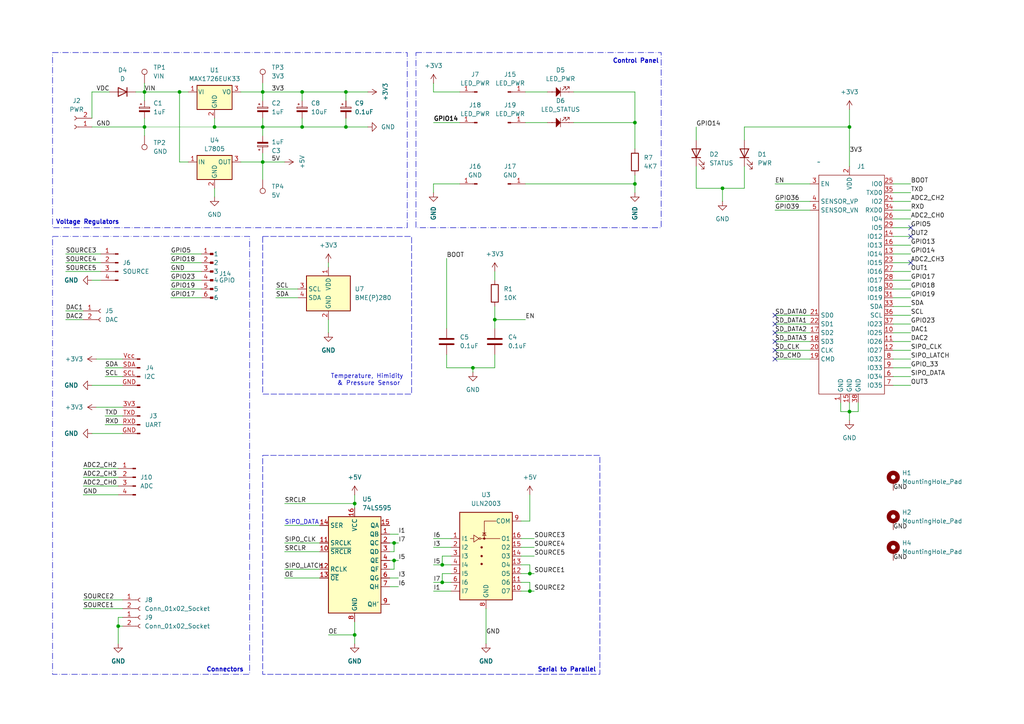
<source format=kicad_sch>
(kicad_sch (version 20231120) (generator "eeschema") (generator_version "8.0")
  (paper "A4")
  (junction (at 590.55 85.09))
  (junction (at 102.87 184.15))
  (junction (at 87.63 26.67))
  (junction (at 518.16 15.24))
  (junction (at 62.23 36.83))
  (junction (at 153.67 166.37))
  (junction (at 76.2 36.83))
  (junction (at 184.15 35.56))
  (junction (at 487.68 22.86))
  (junction (at 153.67 171.45))
  (junction (at 128.27 168.91))
  (junction (at 100.33 36.83))
  (junction (at 246.38 36.83))
  (junction (at 543.56 57.15))
  (junction (at 41.91 36.83))
  (junction (at 52.07 26.67))
  (junction (at 478.79 156.21))
  (junction (at 76.2 46.99))
  (junction (at 114.3 157.48))
  (junction (at 543.56 93.98))
  (junction (at 377.19 151.13))
  (junction (at 246.38 119.38))
  (junction (at 114.3 162.56))
  (junction (at 401.32 163.83))
  (junction (at 143.51 92.71))
  (junction (at 495.3 168.91))
  (junction (at 100.33 26.67))
  (junction (at 76.2 26.67))
  (junction (at 41.91 26.67))
  (junction (at 87.63 36.83))
  (junction (at 102.87 146.05))
  (junction (at 184.15 53.34))
  (junction (at 450.85 99.06))
  (junction (at 495.3 156.21))
  (junction (at 137.16 106.68))
  (junction (at 487.68 15.24))
  (junction (at 209.55 54.61))
  (junction (at 504.19 22.86))
  (junction (at 128.27 163.83))
  (junction (at 34.29 181.61))
  (no_connect (at 224.79 96.52))
  (no_connect (at 224.79 104.14))
  (no_connect (at 361.95 113.03))
  (no_connect (at 224.79 99.06))
  (no_connect (at 264.16 66.04))
  (no_connect (at 264.16 76.2))
  (no_connect (at 264.16 68.58))
  (no_connect (at 224.79 93.98))
  (no_connect (at 224.79 101.6))
  (no_connect (at 224.79 91.44))
  (wire (pts (xy 478.79 168.91) (xy 476.25 168.91)))
  (wire (pts (xy 114.3 162.56) (xy 114.3 165.1)))
  (wire (pts (xy 259.08 58.42) (xy 264.16 58.42)))
  (wire (pts (xy 553.72 62.23) (xy 556.26 62.23)))
  (wire (pts (xy 62.23 54.61) (xy 62.23 57.15)))
  (wire (pts (xy 52.07 26.67) (xy 54.61 26.67)))
  (wire (pts (xy 483.87 95.25) (xy 492.76 95.25)))
  (wire (pts (xy 113.03 162.56) (xy 114.3 162.56)))
  (wire (pts (xy 224.79 101.6) (xy 234.95 101.6)))
  (wire (pts (xy 34.29 179.07) (xy 34.29 181.61)))
  (wire (pts (xy 30.48 109.22) (xy 35.56 109.22)))
  (wire (pts (xy 151.13 171.45) (xy 153.67 171.45)))
  (wire (pts (xy 41.91 36.83) (xy 62.23 36.83)) (stroke (width 0.0254)))
  (wire (pts (xy 485.14 97.79) (xy 492.76 97.79)))
  (wire (pts (xy 358.14 171.45) (xy 361.95 171.45)))
  (wire (pts (xy 102.87 180.34) (xy 102.87 184.15)))
  (wire (pts (xy 82.55 157.48) (xy 92.71 157.48)))
  (wire (pts (xy 184.15 26.67) (xy 184.15 35.56)))
  (wire (pts (xy 184.15 50.8) (xy 184.15 53.34)))
  (wire (pts (xy 24.13 173.99) (xy 35.56 173.99)))
  (wire (pts (xy 129.54 106.68) (xy 137.16 106.68)))
  (wire (pts (xy 41.91 26.67) (xy 52.07 26.67)))
  (wire (pts (xy 590.55 85.09) (xy 590.55 93.98)))
  (wire (pts (xy 259.08 63.5) (xy 264.16 63.5)))
  (wire (pts (xy 209.55 54.61) (xy 215.9 54.61)))
  (wire (pts (xy 495.3 158.75) (xy 495.3 156.21)))
  (wire (pts (xy 377.19 151.13) (xy 382.27 151.13)))
  (wire (pts (xy 224.79 99.06) (xy 234.95 99.06)))
  (wire (pts (xy 54.61 46.99) (xy 52.07 46.99)))
  (wire (pts (xy 30.48 120.65) (xy 35.56 120.65)))
  (wire (pts (xy 495.3 156.21) (xy 504.19 156.21)))
  (wire (pts (xy 518.16 62.23) (xy 533.4 62.23)))
  (wire (pts (xy 24.13 140.97) (xy 34.29 140.97)))
  (wire (pts (xy 401.32 142.24) (xy 401.32 146.05)))
  (wire (pts (xy 82.55 160.02) (xy 92.71 160.02)))
  (wire (pts (xy 604.52 48.26) (xy 604.52 59.69)))
  (wire (pts (xy 574.04 67.31) (xy 580.39 67.31)))
  (wire (pts (xy 246.38 31.75) (xy 246.38 36.83)))
  (wire (pts (xy 259.08 78.74) (xy 264.16 78.74)))
  (wire (pts (xy 128.27 163.83) (xy 130.81 163.83)))
  (wire (pts (xy 128.27 168.91) (xy 130.81 168.91)))
  (wire (pts (xy 259.08 81.28) (xy 264.16 81.28)))
  (wire (pts (xy 553.72 77.47) (xy 556.26 77.47)))
  (wire (pts (xy 482.6 15.24) (xy 487.68 15.24)))
  (wire (pts (xy 27.94 104.14) (xy 35.56 104.14)))
  (wire (pts (xy 153.67 171.45) (xy 154.94 171.45)))
  (wire (pts (xy 125.73 156.21) (xy 130.81 156.21)))
  (wire (pts (xy 389.89 151.13) (xy 393.7 151.13)))
  (wire (pts (xy 453.39 95.25) (xy 453.39 99.06)))
  (wire (pts (xy 62.23 34.29) (xy 62.23 36.83)))
  (wire (pts (xy 100.33 36.83) (xy 106.68 36.83)))
  (wire (pts (xy 151.13 156.21) (xy 154.94 156.21)))
  (wire (pts (xy 29.21 78.74) (xy 19.05 78.74)))
  (wire (pts (xy 551.22 22.73) (xy 558.84 22.73)))
  (wire (pts (xy 243.84 119.38) (xy 246.38 119.38)))
  (wire (pts (xy 114.3 157.48) (xy 115.57 157.48)))
  (wire (pts (xy 125.73 26.67) (xy 125.73 24.13)))
  (wire (pts (xy 76.2 34.29) (xy 76.2 36.83)))
  (wire (pts (xy 29.21 73.66) (xy 19.05 73.66)))
  (wire (pts (xy 259.08 53.34) (xy 264.16 53.34)))
  (wire (pts (xy 87.63 26.67) (xy 87.63 29.21)))
  (wire (pts (xy 504.19 22.86) (xy 504.19 26.67)))
  (wire (pts (xy 49.53 81.28) (xy 58.42 81.28)))
  (wire (pts (xy 153.67 151.13) (xy 151.13 151.13)))
  (wire (pts (xy 574.04 62.23) (xy 580.39 62.23)))
  (wire (pts (xy 462.28 67.31) (xy 467.36 67.31)))
  (wire (pts (xy 201.93 36.83) (xy 201.93 40.64)))
  (wire (pts (xy 469.9 15.24) (xy 474.98 15.24)))
  (wire (pts (xy 49.53 83.82) (xy 58.42 83.82)))
  (wire (pts (xy 151.13 168.91) (xy 153.67 168.91)))
  (wire (pts (xy 26.67 81.28) (xy 29.21 81.28)))
  (wire (pts (xy 518.16 67.31) (xy 533.4 67.31)))
  (wire (pts (xy 102.87 146.05) (xy 102.87 147.32)))
  (wire (pts (xy 458.47 168.91) (xy 461.01 168.91)))
  (wire (pts (xy 504.19 163.83) (xy 504.19 168.91)))
  (wire (pts (xy 604.52 59.69) (xy 600.71 59.69)))
  (wire (pts (xy 125.73 53.34) (xy 125.73 55.88)))
  (wire (pts (xy 234.95 53.34) (xy 224.79 53.34)))
  (wire (pts (xy 358.14 173.99) (xy 361.95 173.99)))
  (wire (pts (xy 166.37 35.56) (xy 184.15 35.56)))
  (wire (pts (xy 133.35 26.67) (xy 125.73 26.67)))
  (wire (pts (xy 102.87 143.51) (xy 102.87 146.05)))
  (wire (pts (xy 26.67 26.67) (xy 31.75 26.67)))
  (wire (pts (xy 574.04 64.77) (xy 580.39 64.77)))
  (wire (pts (xy 243.84 116.84) (xy 243.84 119.38)))
  (wire (pts (xy 434.34 55.88) (xy 438.15 55.88)))
  (wire (pts (xy 41.91 39.37) (xy 41.91 36.83)))
  (wire (pts (xy 19.05 90.17) (xy 24.13 90.17)))
  (wire (pts (xy 224.79 60.96) (xy 234.95 60.96)))
  (wire (pts (xy 543.56 48.26) (xy 543.56 57.15)))
  (wire (pts (xy 543.56 93.98) (xy 543.56 96.52)))
  (wire (pts (xy 504.19 161.29) (xy 506.73 161.29)))
  (wire (pts (xy 574.04 74.93) (xy 580.39 74.93)))
  (wire (pts (xy 49.53 76.2) (xy 58.42 76.2)))
  (wire (pts (xy 34.29 181.61) (xy 35.56 181.61)))
  (wire (pts (xy 27.94 118.11) (xy 35.56 118.11)))
  (wire (pts (xy 41.91 26.67) (xy 41.91 29.21)))
  (wire (pts (xy 143.51 88.9) (xy 143.51 92.71)))
  (wire (pts (xy 143.51 92.71) (xy 152.4 92.71)))
  (wire (pts (xy 153.67 163.83) (xy 153.67 166.37)))
  (wire (pts (xy 518.16 74.93) (xy 533.4 74.93)))
  (wire (pts (xy 259.08 106.68) (xy 264.16 106.68)))
  (wire (pts (xy 41.91 34.29) (xy 41.91 36.83)))
  (wire (pts (xy 209.55 58.42) (xy 209.55 54.61)))
  (wire (pts (xy 152.4 35.56) (xy 158.75 35.56)))
  (wire (pts (xy 224.79 93.98) (xy 234.95 93.98)))
  (wire (pts (xy 153.67 143.51) (xy 153.67 151.13)))
  (wire (pts (xy 24.13 176.53) (xy 35.56 176.53)))
  (wire (pts (xy 486.41 173.99) (xy 487.68 173.99)))
  (wire (pts (xy 224.79 91.44) (xy 234.95 91.44)))
  (wire (pts (xy 113.03 160.02) (xy 114.3 160.02)))
  (wire (pts (xy 361.95 118.11) (xy 373.38 118.11)))
  (wire (pts (xy 113.03 167.64) (xy 115.57 167.64)))
  (wire (pts (xy 215.9 48.26) (xy 215.9 54.61)))
  (wire (pts (xy 52.07 26.67) (xy 52.07 46.99)))
  (wire (pts (xy 259.08 101.6) (xy 264.16 101.6)))
  (wire (pts (xy 342.9 113.03) (xy 346.71 113.03)))
  (wire (pts (xy 35.56 179.07) (xy 34.29 179.07)))
  (wire (pts (xy 76.2 46.99) (xy 82.55 46.99)))
  (wire (pts (xy 41.91 24.13) (xy 41.91 26.67)))
  (wire (pts (xy 76.2 36.83) (xy 87.63 36.83)))
  (wire (pts (xy 259.08 104.14) (xy 264.16 104.14)))
  (wire (pts (xy 152.4 26.67) (xy 158.75 26.67)))
  (wire (pts (xy 567.73 10.03) (xy 567.73 13.84)))
  (wire (pts (xy 151.13 161.29) (xy 154.94 161.29)))
  (wire (pts (xy 401.32 156.21) (xy 401.32 163.83)))
  (wire (pts (xy 259.08 93.98) (xy 264.16 93.98)))
  (wire (pts (xy 462.28 69.85) (xy 467.36 69.85)))
  (wire (pts (xy 143.51 102.87) (xy 143.51 106.68)))
  (wire (pts (xy 215.9 36.83) (xy 215.9 40.64)))
  (wire (pts (xy 82.55 152.4) (xy 92.71 152.4)))
  (wire (pts (xy 504.19 156.21) (xy 504.19 161.29)))
  (wire (pts (xy 553.72 69.85) (xy 556.26 69.85)))
  (wire (pts (xy 80.01 86.36) (xy 86.36 86.36)))
  (wire (pts (xy 151.13 163.83) (xy 153.67 163.83)))
  (wire (pts (xy 35.56 111.76) (xy 26.67 111.76)))
  (wire (pts (xy 151.13 158.75) (xy 154.94 158.75)))
  (wire (pts (xy 495.3 156.21) (xy 478.79 156.21)))
  (wire (pts (xy 30.48 123.19) (xy 35.56 123.19)))
  (wire (pts (xy 476.25 173.99) (xy 478.79 173.99)))
  (wire (pts (xy 125.73 35.56) (xy 133.35 35.56)))
  (wire (pts (xy 87.63 26.67) (xy 100.33 26.67)))
  (wire (pts (xy 201.93 54.61) (xy 209.55 54.61)))
  (wire (pts (xy 76.2 36.83) (xy 76.2 39.37)))
  (wire (pts (xy 259.08 55.88) (xy 264.16 55.88)))
  (wire (pts (xy 453.39 99.06) (xy 450.85 99.06)))
  (wire (pts (xy 259.08 99.06) (xy 264.16 99.06)))
  (wire (pts (xy 574.04 77.47) (xy 580.39 77.47)))
  (wire (pts (xy 143.51 92.71) (xy 143.51 95.25)))
  (wire (pts (xy 201.93 48.26) (xy 201.93 54.61)))
  (wire (pts (xy 102.87 184.15) (xy 102.87 186.69)))
  (wire (pts (xy 553.72 74.93) (xy 556.26 74.93)))
  (wire (pts (xy 450.85 95.25) (xy 450.85 99.06)))
  (wire (pts (xy 449.58 27.94) (xy 449.58 31.75)))
  (wire (pts (xy 434.34 58.42) (xy 438.15 58.42)))
  (wire (pts (xy 518.16 77.47) (xy 533.4 77.47)))
  (wire (pts (xy 533.4 57.15) (xy 543.56 57.15)))
  (wire (pts (xy 553.72 72.39) (xy 556.26 72.39)))
  (wire (pts (xy 551.22 20.19) (xy 558.84 20.19)))
  (wire (pts (xy 100.33 26.67) (xy 100.33 29.21)))
  (wire (pts (xy 358.14 166.37) (xy 361.95 166.37)))
  (wire (pts (xy 487.68 16.51) (xy 487.68 15.24)))
  (wire (pts (xy 518.16 22.86) (xy 504.19 22.86)))
  (wire (pts (xy 62.23 36.83) (xy 76.2 36.83)))
  (wire (pts (xy 401.32 163.83) (xy 401.32 172.72)))
  (wire (pts (xy 358.14 168.91) (xy 361.95 168.91)))
  (wire (pts (xy 361.95 115.57) (xy 373.38 115.57)))
  (wire (pts (xy 259.08 86.36) (xy 264.16 86.36)))
  (wire (pts (xy 224.79 104.14) (xy 234.95 104.14)))
  (wire (pts (xy 485.14 90.17) (xy 492.76 90.17)))
  (wire (pts (xy 450.85 99.06) (xy 450.85 101.6)))
  (wire (pts (xy 543.56 90.17) (xy 543.56 93.98)))
  (wire (pts (xy 76.2 29.21) (xy 76.2 26.67)))
  (wire (pts (xy 80.01 83.82) (xy 86.36 83.82)))
  (wire (pts (xy 259.08 60.96) (xy 264.16 60.96)))
  (wire (pts (xy 76.2 46.99) (xy 76.2 52.07)))
  (wire (pts (xy 472.44 22.86) (xy 487.68 22.86)))
  (wire (pts (xy 125.73 168.91) (xy 128.27 168.91)))
  (wire (pts (xy 259.08 71.12) (xy 264.16 71.12)))
  (wire (pts (xy 259.08 88.9) (xy 264.16 88.9)))
  (wire (pts (xy 469.9 17.78) (xy 472.44 17.78)))
  (wire (pts (xy 574.04 69.85) (xy 580.39 69.85)))
  (wire (pts (xy 553.72 67.31) (xy 556.26 67.31)))
  (wire (pts (xy 26.67 36.83) (xy 41.91 36.83)))
  (wire (pts (xy 401.32 163.83) (xy 393.7 163.83)))
  (wire (pts (xy 24.13 138.43) (xy 34.29 138.43)))
  (wire (pts (xy 125.73 53.34) (xy 133.35 53.34)))
  (wire (pts (xy 485.14 100.33) (xy 485.14 97.79)))
  (wire (pts (xy 125.73 171.45) (xy 130.81 171.45)))
  (wire (pts (xy 377.19 142.24) (xy 377.19 151.13)))
  (wire (pts (xy 511.81 15.24) (xy 518.16 15.24)))
  (wire (pts (xy 224.79 58.42) (xy 234.95 58.42)))
  (wire (pts (xy 495.3 179.07) (xy 495.3 182.88)))
  (wire (pts (xy 113.03 154.94) (xy 115.57 154.94)))
  (wire (pts (xy 35.56 125.73) (xy 26.67 125.73)))
  (wire (pts (xy 259.08 76.2) (xy 264.16 76.2)))
  (wire (pts (xy 100.33 34.29) (xy 100.33 36.83)))
  (wire (pts (xy 506.73 163.83) (xy 504.19 163.83)))
  (wire (pts (xy 590.55 93.98) (xy 543.56 93.98)))
  (wire (pts (xy 327.66 113.03) (xy 335.28 113.03)))
  (wire (pts (xy 95.25 76.2) (xy 95.25 77.47)))
  (wire (pts (xy 49.53 86.36) (xy 58.42 86.36)))
  (wire (pts (xy 246.38 119.38) (xy 246.38 121.92)))
  (wire (pts (xy 259.08 68.58) (xy 264.16 68.58)))
  (wire (pts (xy 259.08 96.52) (xy 264.16 96.52)))
  (wire (pts (xy 259.08 111.76) (xy 264.16 111.76)))
  (wire (pts (xy 478.79 156.21) (xy 478.79 168.91)))
  (wire (pts (xy 76.2 44.45) (xy 76.2 46.99)))
  (wire (pts (xy 125.73 158.75) (xy 130.81 158.75)))
  (wire (pts (xy 82.55 165.1) (xy 92.71 165.1)))
  (wire (pts (xy 246.38 36.83) (xy 246.38 48.26)))
  (wire (pts (xy 129.54 74.93) (xy 129.54 95.25)))
  (wire (pts (xy 384.81 163.83) (xy 386.08 163.83)))
  (wire (pts (xy 344.17 123.19) (xy 344.17 118.11)))
  (wire (pts (xy 184.15 53.34) (xy 184.15 55.88)))
  (wire (pts (xy 153.67 168.91) (xy 153.67 171.45)))
  (wire (pts (xy 455.93 173.99) (xy 461.01 173.99)))
  (wire (pts (xy 69.85 46.99) (xy 76.2 46.99)))
  (wire (pts (xy 69.85 26.67) (xy 76.2 26.67)))
  (wire (pts (xy 518.16 21.59) (xy 518.16 22.86)))
  (wire (pts (xy 472.44 17.78) (xy 472.44 22.86)))
  (wire (pts (xy 518.16 69.85) (xy 533.4 69.85)))
  (wire (pts (xy 19.05 92.71) (xy 24.13 92.71)))
  (wire (pts (xy 34.29 181.61) (xy 34.29 186.69)))
  (wire (pts (xy 82.55 146.05) (xy 102.87 146.05)))
  (wire (pts (xy 248.92 119.38) (xy 246.38 119.38)))
  (wire (pts (xy 377.19 168.91) (xy 377.19 172.72)))
  (wire (pts (xy 535.94 93.98) (xy 543.56 93.98)))
  (wire (pts (xy 153.67 166.37) (xy 154.94 166.37)))
  (wire (pts (xy 440.69 168.91) (xy 450.85 168.91)))
  (wire (pts (xy 574.04 72.39) (xy 580.39 72.39)))
  (wire (pts (xy 259.08 66.04) (xy 264.16 66.04)))
  (wire (pts (xy 113.03 157.48) (xy 114.3 157.48)))
  (wire (pts (xy 259.08 109.22) (xy 264.16 109.22)))
  (wire (pts (xy 358.14 163.83) (xy 361.95 163.83)))
  (wire (pts (xy 518.16 16.51) (xy 518.16 15.24)))
  (wire (pts (xy 248.92 116.84) (xy 248.92 119.38)))
  (wire (pts (xy 590.55 82.55) (xy 590.55 85.09)))
  (wire (pts (xy 553.72 64.77) (xy 556.26 64.77)))
  (wire (pts (xy 34.29 135.89) (xy 24.13 135.89)))
  (wire (pts (xy 448.31 99.06) (xy 450.85 99.06)))
  (wire (pts (xy 483.87 92.71) (xy 492.76 92.71)))
  (wire (pts (xy 448.31 95.25) (xy 448.31 99.06)))
  (wire (pts (xy 184.15 35.56) (xy 184.15 43.18)))
  (wire (pts (xy 95.25 184.15) (xy 102.87 184.15)))
  (wire (pts (xy 259.08 83.82) (xy 264.16 83.82)))
  (wire (pts (xy 76.2 24.13) (xy 76.2 26.67)))
  (wire (pts (xy 130.81 166.37) (xy 128.27 166.37)))
  (wire (pts (xy 259.08 73.66) (xy 264.16 73.66)))
  (wire (pts (xy 130.81 161.29) (xy 128.27 161.29)))
  (wire (pts (xy 487.68 15.24) (xy 496.57 15.24)))
  (wire (pts (xy 518.16 15.24) (xy 525.78 15.24)))
  (wire (pts (xy 574.04 80.01) (xy 580.39 80.01)))
  (wire (pts (xy 487.68 22.86) (xy 504.19 22.86)))
  (wire (pts (xy 143.51 78.74) (xy 143.51 81.28)))
  (wire (pts (xy 495.3 166.37) (xy 495.3 168.91)))
  (wire (pts (xy 125.73 163.83) (xy 128.27 163.83)))
  (wire (pts (xy 87.63 34.29) (xy 87.63 36.83)))
  (wire (pts (xy 487.68 21.59) (xy 487.68 22.86)))
  (wire (pts (xy 49.53 73.66) (xy 58.42 73.66)))
  (wire (pts (xy 30.48 106.68) (xy 35.56 106.68)))
  (wire (pts (xy 259.08 91.44) (xy 264.16 91.44)))
  (wire (pts (xy 26.67 26.67) (xy 26.67 34.29)))
  (wire (pts (xy 358.14 161.29) (xy 361.95 161.29)))
  (wire (pts (xy 152.4 53.34) (xy 184.15 53.34)))
  (wire (pts (xy 137.16 106.68) (xy 137.16 107.95)))
  (wire (pts (xy 24.13 143.51) (xy 34.29 143.51)))
  (wire (pts (xy 224.79 96.52) (xy 234.95 96.52)))
  (wire (pts (xy 377.19 151.13) (xy 377.19 158.75)))
  (wire (pts (xy 128.27 161.29) (xy 128.27 163.83)))
  (wire (pts (xy 113.03 165.1) (xy 114.3 165.1)))
  (wire (pts (xy 113.03 170.18) (xy 115.57 170.18)))
  (wire (pts (xy 95.25 92.71) (xy 95.25 96.52)))
  (wire (pts (xy 567.73 29.08) (xy 567.73 34.16)))
  (wire (pts (xy 129.54 102.87) (xy 129.54 106.68)))
  (wire (pts (xy 478.79 153.67) (xy 478.79 156.21)))
  (wire (pts (xy 151.13 166.37) (xy 153.67 166.37)))
  (wire (pts (xy 140.97 176.53) (xy 140.97 186.69)))
  (wire (pts (xy 76.2 26.67) (xy 87.63 26.67)))
  (wire (pts (xy 452.12 27.94) (xy 452.12 31.75)))
  (wire (pts (xy 49.53 78.74) (xy 58.42 78.74)))
  (wire (pts (xy 29.21 76.2) (xy 19.05 76.2)))
  (wire (pts (xy 344.17 118.11) (xy 346.71 118.11)))
  (wire (pts (xy 137.16 106.68) (xy 143.51 106.68)))
  (wire (pts (xy 215.9 36.83) (xy 246.38 36.83)))
  (wire (pts (xy 504.19 168.91) (xy 495.3 168.91)))
  (wire (pts (xy 114.3 162.56) (xy 115.57 162.56)))
  (wire (pts (xy 455.93 182.88) (xy 455.93 173.99)))
  (wire (pts (xy 128.27 166.37) (xy 128.27 168.91)))
  (wire (pts (xy 246.38 116.84) (xy 246.38 119.38)))
  (wire (pts (xy 114.3 160.02) (xy 114.3 157.48)))
  (wire (pts (xy 553.72 80.01) (xy 556.26 80.01)))
  (wire (pts (xy 166.37 26.67) (xy 184.15 26.67)))
  (wire (pts (xy 87.63 36.83) (xy 100.33 36.83)))
  (wire (pts (xy 100.33 26.67) (xy 106.68 26.67)))
  (wire (pts (xy 39.37 26.67) (xy 41.91 26.67)))
  (wire (pts (xy 82.55 167.64) (xy 92.71 167.64)))
  (rectangle (start 328.93 137.16) (end 412.75 186.69) (stroke (width 0) (type dash_dot)))
  (rectangle (start 76.2 132.08) (end 173.99 195.58) (stroke (width 0) (type dash)))
  (rectangle (start 15.24 68.58) (end 72.39 195.58) (stroke (width 0) (type dash_dot)))
  (rectangle (start 76.2 68.58) (end 119.38 114.3) (stroke (width 0) (type dash)))
  (rectangle (start 120.65 15.24) (end 191.77 66.04) (stroke (width 0) (type dash_dot)))
  (rectangle (start 15.24 15.24) (end 118.11 66.04) (stroke (width 0) (type dash_dot)))
  (text "Voltage Regulators" (at 25.4 63.754 0) (effects (font (size 1.27 1.27) (thickness 0.254) (bold yes)) (justify top)))
  (text "UART Programmer" (at 401.828 184.912 0) (effects (font (size 1.27 1.27))))
  (text "Control Panel " (at 184.912 17.78 0) (effects (font (size 1.27 1.27) (thickness 0.254) (bold yes))))
  (text "Connectors\n" (at 65.278 194.31 0) (effects (font (size 1.27 1.27) (thickness 0.254) (bold yes))))
  (text "Serial to Parallel" (at 172.974 195.072 0) (effects (font (size 1.27 1.27) (bold yes)) (justify right bottom)))
  (text "Temperature, Himidity \n& Pressure Sensor" (at 106.934 110.236 0) (effects (font (size 1.27 1.27))))
  (label "SIPO_DATA" (at 264.16 109.22 0))
  (label "VIN" (at 487.68 15.24 0))
  (label "SOURCE5" (at 154.94 161.29 0))
  (label "GND" (at 259.08 142.24 0))
  (label "SRCLR-2" (at 518.16 69.85 0))
  (label "SOURCE3" (at 19.05 73.66 0))
  (label "SOURCE4" (at 19.05 76.2 0))
  (label "SD_DATA1" (at 224.79 93.98 0))
  (label "SOURCE1" (at 24.13 176.53 0))
  (label "I7" (at 115.57 157.48 0))
  (label "TXD" (at 361.95 166.37 0))
  (label "GPIO5" (at 264.16 66.04 0))
  (label "SOURCE5" (at 19.05 78.74 0))
  (label "RTS" (at 401.32 172.72 0))
  (label "ADC2_CH2" (at 264.16 58.42 0))
  (label "OUT1" (at 264.16 78.74 0))
  (label "GPIO_33" (at 264.16 106.68 0))
  (label "QD-2" (at 556.26 67.31 0))
  (label "I3" (at 115.57 167.64 0))
  (label "OE-2" (at 518.16 77.47 0))
  (label "QG-2" (at 556.26 77.47 0))
  (label "OUT2" (at 264.16 68.58 0))
  (label "3V3" (at 361.95 161.29 0))
  (label "SD_DATA0" (at 224.79 91.44 0))
  (label "QE-2" (at 574.04 72.39 0))
  (label "QA-2" (at 556.26 62.23 0))
  (label "EN" (at 401.32 142.24 0))
  (label "GPIO23" (at 264.16 93.98 0))
  (label "VDC" (at 27.94 26.67 0))
  (label "GPIO13" (at 264.16 71.12 0))
  (label "SCL" (at 80.01 83.82 0))
  (label "QF-2" (at 556.26 72.39 0))
  (label "SIPO_CLK" (at 82.55 157.48 0))
  (label "SD_CLK" (at 224.79 101.6 0))
  (label "DAC2" (at 19.05 92.71 0))
  (label "OE" (at 95.25 184.15 0))
  (label "TXD" (at 264.16 55.88 0))
  (label "I1" (at 125.73 171.45 0))
  (label "BOOT" (at 129.54 74.93 0))
  (label "QB-2" (at 574.04 80.01 0))
  (label "ADC2_CH2" (at 24.13 135.89 0))
  (label "SDA" (at 264.16 88.9 0))
  (label "SD_CMD" (at 224.79 104.14 0))
  (label "ADC2_CH0" (at 24.13 140.97 0))
  (label "SD_DATA3" (at 224.79 99.06 0))
  (label "SIPO_LATCH" (at 82.55 165.1 0))
  (label "I5" (at 115.57 162.56 0))
  (label "GPIO17" (at 264.16 81.28 0))
  (label "GPIO23" (at 49.53 81.28 0))
  (label "SRCLR-2" (at 533.4 57.15 0))
  (label "3V3" (at 452.12 27.94 0))
  (label "GPIO5" (at 49.53 73.66 0))
  (label "DTR" (at 377.19 142.24 0))
  (label "GPIO13" (at 440.69 168.91 0))
  (label "SD_DATA2" (at 224.79 96.52 0))
  (label "SDA-2" (at 551.22 22.73 0))
  (label "GND" (at 24.13 143.51 0))
  (label "EN" (at 152.4 92.71 0))
  (label "RTS" (at 361.95 171.45 0))
  (label "QH-2" (at 556.26 74.93 0))
  (label "SCL" (at 264.16 91.44 0))
  (label "SIPO_LATCH" (at 264.16 104.14 0))
  (label "QH-2" (at 574.04 64.77 0))
  (label "GPIO18" (at 264.16 83.82 0))
  (label "GPIO14" (at 201.93 36.83 0))
  (label "GPIO14" (at 264.16 73.66 0))
  (label "V1-" (at 363.22 118.11 0))
  (label "BOOT" (at 377.19 172.72 0))
  (label "RX" (at 434.34 55.88 0))
  (label "RXD" (at 30.48 123.19 0))
  (label "GPIO27" (at 327.66 113.03 0))
  (label "SCL" (at 30.48 109.22 0))
  (label "QG-2" (at 574.04 67.31 0))
  (label "GND" (at 361.95 163.83 0))
  (label "SIPO_CLK" (at 264.16 101.6 0))
  (label "GND" (at 49.53 78.74 0))
  (label "I6" (at 125.73 156.21 0))
  (label "3V3" (at 246.38 44.45 0))
  (label "ADC2_CH3" (at 264.16 76.2 0))
  (label "OUT3" (at 264.16 111.76 0))
  (label "SCL-2" (at 483.87 95.25 0))
  (label "GPIO39" (at 224.79 60.96 0))
  (label "I5" (at 125.73 163.83 0))
  (label "SOURCE1" (at 154.94 166.37 0))
  (label "QC-2" (at 556.26 64.77 0))
  (label "GND" (at 259.08 153.67 0))
  (label "GPIO17" (at 49.53 86.36 0))
  (label "GPIO18" (at 49.53 76.2 0))
  (label "SIPO_DATA-2" (at 518.16 62.23 0))
  (label "SOURCE2" (at 154.94 171.45 0))
  (label "BOOT" (at 264.16 53.34 0))
  (label "OE-2" (at 535.94 93.98 0))
  (label "RXD" (at 361.95 168.91 0))
  (label "SRCLR" (at 82.55 146.05 0))
  (label "SOURCE3" (at 154.94 156.21 0))
  (label "5V" (at 514.35 15.24 0))
  (label "DTR" (at 361.95 173.99 0))
  (label "ADC2_CH0" (at 264.16 63.5 0))
  (label "5V" (at 78.74 46.99 0))
  (label "ADC2_CH3" (at 24.13 138.43 0))
  (label "SCL-2" (at 551.22 20.19 0))
  (label "SIPO_CLK-2" (at 518.16 67.31 0))
  (label "GND" (at 259.08 162.56 0))
  (label "VIN" (at 41.91 26.67 0))
  (label "SDA-2" (at 483.87 92.71 0))
  (label "QC-2" (at 574.04 77.47 0))
  (label "DAC2" (at 264.16 99.06 0))
  (label "SDA" (at 80.01 86.36 0))
  (label "TX" (at 434.34 58.42 0))
  (label "DAC1" (at 264.16 96.52 0))
  (label "3V3" (at 78.74 26.67 0))
  (label "OE" (at 82.55 167.64 0))
  (label "SDA" (at 30.48 106.68 0))
  (label "QD-2" (at 574.04 74.93 0))
  (label "QE-2" (at 556.26 69.85 0))
  (label "SRCLR" (at 82.55 160.02 0))
  (label "GPIO19" (at 49.53 83.82 0))
  (label "QF-2" (at 574.04 69.85 0))
  (label "GPIO36" (at 224.79 58.42 0))
  (label "GPIO19" (at 264.16 86.36 0))
  (label "SCL-2" (at 467.36 69.85 0))
  (label "I3" (at 125.73 158.75 0))
  (label "GND" (at 27.94 36.83 0))
  (label "SIPO_LATCH-2" (at 518.16 74.93 0))
  (label "I1" (at 115.57 154.94 0))
  (label "V1+" (at 363.22 115.57 0))
  (label "DAC1" (at 19.05 90.17 0))
  (label "EN" (at 224.79 53.34 0))
  (label "VDC" (at 469.9 15.24 0))
  (label "I6" (at 115.57 170.18 0))
  (label "SIPO_DATA" (at 82.55 152.4 0))
  (label "QB-2" (at 556.26 80.01 0))
  (label "GND" (at 140.97 184.15 0))
  (label "GPIO14" (at 125.73 35.56 0) (effects (font (bold yes))))
  (label "SOURCE4" (at 154.94 158.75 0))
  (label "I7" (at 125.73 168.91 0))
  (label "GND" (at 477.52 22.86 0))
  (label "TXD" (at 30.48 120.65 0))
  (label "SDA-2" (at 467.36 67.31 0))
  (label "QA-2" (at 574.04 62.23 0))
  (label "SOURCE2" (at 24.13 173.99 0))
  (label "RXD" (at 264.16 60.96 0))
  (symbol (lib_id "Connector:Conn_01x02_Socket") (at 29.21 90.17 0) (unit 1)
    (property "Reference" "J5" (at 30.48 90.1699 0) (effects (justify left)))
    (property "Value" "DAC" (at 30.48 92.7099 0) (effects (justify left)))
    (property "Footprint" "Connector_PinSocket_2.54mm:PinSocket_1x02_P2.54mm_Vertical" (effects (hide yes)))
  )
  (symbol (lib_id "power:GND") (at 106.68 36.83 90) (unit 1)
    (property "Reference" "#PWR03" (effects (hide yes)))
    (property "Value" "GND" (at 110.49 36.8299 90) (effects (justify right)))
  )
  (symbol (lib_name "+5V_1") (lib_id "power:+5V") (at 604.52 48.26 0) (unit 1)
    (property "Reference" "#PWR039" (effects (hide yes)))
    (property "Value" "+5V" (at 604.52 43.18 0))
    (property "Description" "Power symbol creates a global label with name \"+5V\"" (effects (hide yes)))
  )
  (symbol (lib_id "Device:R") (at 389.89 163.83 270) (unit 1) (on_board no)
    (property "Reference" "R3" (at 389.89 157.48 90))
    (property "Value" "10K" (at 389.89 160.02 90))
    (property "Footprint" "Resistor_SMD:R_1210_3225Metric_Pad1.30x2.65mm_HandSolder" (effects (hide yes)))
    (property "Description" "Resistor" (effects (hide yes)))
  )
  (symbol (lib_id "Connector:Conn_01x04_Pin") (at 39.37 138.43 0) (mirror y) (unit 1)
    (property "Reference" "J10" (at 40.64 138.4299 0) (effects (justify right)))
    (property "Value" "ADC" (at 40.64 140.9699 0) (effects (justify right)))
    (property "Footprint" "Connector_PinSocket_2.54mm:PinSocket_1x04_P2.54mm_Vertical" (effects (hide yes)))
  )
  (symbol (lib_id "Device:C_Polarized_Small") (at 518.16 19.05 0) (mirror x) (unit 1)
    (property "Reference" "C7" (at 520.7 20.8661 0) (effects (justify left)))
    (property "Value" "1uF" (at 520.7 18.3261 0) (effects (justify left)))
    (property "Footprint" "Capacitor_THT:CP_Radial_D4.0mm_P2.00mm" (effects (hide yes)))
  )
  (symbol (lib_id "power:+3V3") (at 95.25 76.2 0) (unit 1)
    (property "Reference" "#PWR022" (effects (hide yes)))
    (property "Value" "+3V3" (at 95.25 71.12 0))
  )
  (symbol (lib_id "power:GND") (at 26.67 81.28 270) (unit 1)
    (property "Reference" "#PWR023" (effects (hide yes)))
    (property "Value" "GND" (at 22.86 81.28 90) (effects (font (bold yes)) (justify right)))
  )
  (symbol (lib_id "power:+3V3") (at 27.94 118.11 90) (unit 1)
    (property "Reference" "#PWR06" (effects (hide yes)))
    (property "Value" "+3V3" (at 24.13 118.1099 90) (effects (justify left)))
  )
  (symbol (lib_id "power:GND") (at 567.73 34.16 0) (unit 1)
    (property "Reference" "#PWR032" (effects (hide yes)))
    (property "Value" "GND" (at 567.73 39.24 0))
  )
  (symbol (lib_id "Alexander Symbol Library:BME(P)280") (at 96.52 87.63 0) (unit 1)
    (property "Reference" "U7" (at 102.87 83.8199 0) (effects (justify left)))
    (property "Value" "BME(P)280" (at 102.87 86.3599 0) (effects (justify left)))
    (property "Footprint" "Alexander Footprint Library:BME280_BMP280_I2C" (effects (hide yes)))
    (property "Description" "Absolute Barometric Pressure Sensor" (effects (hide yes)))
  )
  (symbol (lib_id "Device:LED") (at 201.93 44.45 90) (unit 1)
    (property "Reference" "D2" (at 205.74 44.7674 90) (effects (justify right)))
    (property "Value" "STATUS" (at 205.74 47.3074 90) (effects (justify right)))
    (property "Footprint" "LED_SMD:LED_1210_3225Metric_Pad1.42x2.65mm_HandSolder" (effects (hide yes)))
    (property "Description" "Light emitting diode" (effects (hide yes)))
  )
  (symbol (lib_id "Connector:Conn_01x01_Pin") (at 147.32 35.56 0) (mirror x) (unit 1)
    (property "Reference" "J19" (at 147.955 30.48 0))
    (property "Value" "LED_PWR" (at 147.955 33.02 0))
    (property "Footprint" "Alexander Footprint Library:Pad_1x01_P2.54_SMD" (effects (hide yes)))
    (property "Description" "Generic connector, single row, 01x01, script generated" (effects (hide yes)))
  )
  (symbol (lib_id "power:+3V3") (at 27.94 104.14 90) (unit 1)
    (property "Reference" "#PWR08" (effects (hide yes)))
    (property "Value" "+3V3" (at 24.13 104.14 90) (effects (justify left)))
  )
  (symbol (lib_id "Regulator_Linear:L7805") (at 504.19 15.24 0) (unit 1)
    (property "Reference" "U9" (at 504.19 8.89 0))
    (property "Value" "L7805" (at 504.19 11.43 0))
    (property "Footprint" "Alexander Footprint Library:LD1117" (effects (hide yes)))
    (property "Datasheet" "datasheets/Voltage-Regulator_L7805.pdf" (effects (hide yes)))
    (property "Description" "Voltage Regulator 1.5A Positive" (effects (hide yes)))
  )
  (symbol (lib_id "Alexander Symbol Library:BME(P)280") (at 569 24 0) (unit 1)
    (property "Reference" "U8" (at 575.35 20.1899 0) (effects (justify left)))
    (property "Value" "BME(P)280" (at 575.35 22.7299 0) (effects (justify left)))
    (property "Footprint" "Alexander Footprint Library:BME280_BMP280_I2C" (effects (hide yes)))
    (property "Description" "Absolute Barometric Pressure Sensor" (effects (hide yes)))
  )
  (symbol (lib_name "GND_4") (lib_id "power:GND") (at 543.56 96.52 0) (unit 1)
    (property "Reference" "#PWR036" (effects (hide yes)))
    (property "Value" "GND" (at 543.56 101.6 0) (effects (font (bold yes))))
    (property "Description" "Power symbol creates a global label with name \"GND\" , ground" (effects (hide yes)))
  )
  (symbol (lib_id "Transistor_Array:ULN2801A") (at 590.55 67.31 0) (unit 1)
    (property "Reference" "U11" (at 590.55 52.07 0))
    (property "Value" "ULN2801A" (at 590.55 54.61 0))
    (property "Footprint" "PCM_Package_DIP_AKL:DIP-18_W7.62mm" (effects (hide yes)))
    (property "Datasheet" "http://www.promelec.ru/pdf/1536.pdf" (effects (hide yes)))
    (property "Description" "Darlington Transistor Arrays, SOIC18/DIP18" (effects (hide yes)))
  )
  (symbol (lib_id "power:+3V3") (at 485.14 90.17 90) (unit 1)
    (property "Reference" "#PWR038" (effects (hide yes)))
    (property "Value" "+3V3" (at 481.33 90.17 90) (effects (justify left)))
  )
  (symbol (lib_id "power:+5V") (at 153.67 143.51 0) (unit 1)
    (property "Reference" "#PWR012" (effects (hide yes)))
    (property "Value" "+5V" (at 153.67 138.43 0))
  )
  (symbol (lib_id "Device:C_Polarized_Small") (at 87.63 31.75 0) (unit 1)
    (property "Reference" "C8" (at 90.17 29.9338 0) (effects (justify left)))
    (property "Value" "10uF" (at 90.17 32.4738 0) (effects (justify left)))
    (property "Footprint" "Capacitor_SMD:CP_Elec_3x5.3" (effects (hide yes)))
  )
  (symbol (lib_id "Transistor_Array:ULN2003") (at 140.97 161.29 0) (unit 1)
    (property "Reference" "U3" (at 140.97 143.51 0))
    (property "Value" "ULN2003" (at 140.97 146.05 0))
    (property "Footprint" "Package_DIP:DIP-16_W7.62mm" (effects (hide yes)))
    (property "Datasheet" "http://www.ti.com/lit/ds/symlink/uln2003a.pdf" (effects (hide yes)))
  )
  (symbol (lib_id "PCM_SL_Devices:LED_5mm") (at 162.56 26.67 0) (unit 1)
    (property "Reference" "D5" (at 162.56 20.32 0))
    (property "Value" "LED_PWR" (at 162.56 22.86 0))
    (property "Footprint" "LED_THT:LED_D5.0mm" (effects (hide yes)))
    (property "Description" "Common 5mm diameter LED" (effects (hide yes)))
  )
  (symbol (lib_id "Device:D") (at 495.3 162.56 270) (unit 1) (on_board no)
    (property "Reference" "D3" (at 497.84 161.2899 90) (effects (justify left)))
    (property "Value" "1N4007" (at 497.84 163.8299 90) (effects (justify left)))
    (property "Description" "Diode" (effects (hide yes)))
    (property "Sim.Device" "D" (effects (hide yes)))
    (property "Sim.Pins" "1=K 2=A" (effects (hide yes)))
  )
  (symbol (lib_id "Device:R") (at 386.08 151.13 270) (unit 1) (on_board no)
    (property "Reference" "R4" (at 386.08 144.78 90))
    (property "Value" "10K" (at 386.08 147.32 90))
    (property "Footprint" "Resistor_SMD:R_1210_3225Metric_Pad1.30x2.65mm_HandSolder" (effects (hide yes)))
    (property "Description" "Resistor" (effects (hide yes)))
  )
  (symbol (lib_name "Conn_UART_1") (lib_id "Alexander_Library_Symbols:Conn_UART") (at 40.64 118.11 0) (mirror y) (unit 1)
    (property "Reference" "J3" (at 44.45 120.65 0))
    (property "Value" "UART" (at 44.45 123.19 0))
    (property "Footprint" "Alexander Footprints Library:Conn_UART" (effects (hide yes)))
  )
  (symbol (lib_name "+5V_1") (lib_id "power:+5V") (at 543.56 48.26 0) (unit 1)
    (property "Reference" "#PWR035" (effects (hide yes)))
    (property "Value" "+5V" (at 543.56 43.18 0))
    (property "Description" "Power symbol creates a global label with name \"+5V\"" (effects (hide yes)))
  )
  (symbol (lib_id "Device:C_Polarized_Small") (at 76.2 41.91 0) (mirror x) (unit 1)
    (property "Reference" "C3" (at 78.74 43.7261 0) (effects (justify left)))
    (property "Value" "1uF" (at 78.74 41.1861 0) (effects (justify left)))
    (property "Footprint" "Capacitor_THT:CP_Radial_D4.0mm_P2.00mm" (effects (hide yes)))
  )
  (symbol (lib_id "Device:C_Polarized_Small") (at 41.91 31.75 0) (unit 1)
    (property "Reference" "C1" (at 44.45 29.9339 0) (effects (justify left)))
    (property "Value" "1uF" (at 44.45 32.4739 0) (effects (justify left)))
    (property "Footprint" "Capacitor_THT:CP_Radial_D4.0mm_P2.00mm" (effects (hide yes)))
  )
  (symbol (lib_id "Device:R") (at 339.09 113.03 90) (unit 1) (on_board no)
    (property "Reference" "R2" (at 339.09 106.68 90))
    (property "Value" "1K" (at 339.09 109.22 90))
    (property "Footprint" "Resistor_SMD:R_1210_3225Metric_Pad1.30x2.65mm_HandSolder" (effects (hide yes)))
  )
  (symbol (lib_name "GND_6") (lib_id "power:GND") (at 455.93 182.88 0) (unit 1)
    (property "Reference" "#PWR020" (effects (hide yes)))
    (property "Value" "GND" (at 455.93 187.96 0))
    (property "Description" "Power symbol creates a global label with name \"GND\" , ground" (effects (hide yes)))
  )
  (symbol (lib_name "GND_5") (lib_id "power:GND") (at 495.3 182.88 0) (unit 1)
    (property "Reference" "#PWR019" (effects (hide yes)))
    (property "Value" "GND" (at 495.3 187.96 0))
    (property "Description" "Power symbol creates a global label with name \"GND\" , ground" (effects (hide yes)))
  )
  (symbol (lib_name "+5V_2") (lib_id "power:+5V") (at 449.58 27.94 0) (unit 1)
    (property "Reference" "#PWR030" (effects (hide yes)))
    (property "Value" "+5V" (at 449.58 22.86 0))
    (property "Description" "Power symbol creates a global label with name \"+5V\"" (effects (hide yes)))
  )
  (symbol (lib_id "power:GND") (at 26.67 111.76 270) (unit 1)
    (property "Reference" "#PWR09" (effects (hide yes)))
    (property "Value" "GND" (at 22.86 111.76 90) (effects (font (bold yes)) (justify right)))
  )
  (symbol (lib_id "Alexander Symbol Library:ESP32-WROOM-32D-38pins") (at 440.69 92.71 0) (unit 1)
    (property "Reference" "J20" (at 454.3141 30.48 0) (effects (justify left)))
    (property "Value" "~" (at 454.3141 33.02 0) (effects (justify left)))
    (property "Footprint" "Alexander Footprint Library:Conn_ESP32_WROOM-DevKit-38pins" (effects (hide yes)))
  )
  (symbol (lib_name "GND_4") (lib_id "power:GND") (at 102.87 186.69 0) (unit 1)
    (property "Reference" "#PWR016" (effects (hide yes)))
    (property "Value" "GND" (at 102.87 191.77 0) (effects (font (bold yes))))
    (property "Description" "Power symbol creates a global label with name \"GND\" , ground" (effects (hide yes)))
  )
  (symbol (lib_name "+5V_2") (lib_id "power:+5V") (at 567.73 10.03 0) (unit 1)
    (property "Reference" "#PWR031" (effects (hide yes)))
    (property "Value" "+5V" (at 567.73 4.95 0))
    (property "Description" "Power symbol creates a global label with name \"+5V\"" (effects (hide yes)))
  )
  (symbol (lib_id "power:GND") (at 26.67 125.73 270) (unit 1)
    (property "Reference" "#PWR07" (effects (hide yes)))
    (property "Value" "GND" (at 22.86 125.73 90) (effects (font (bold yes)) (justify right)))
  )
  (symbol (lib_id "74xx:74LS595") (at 102.87 162.56 0) (unit 1)
    (property "Reference" "U5" (at 105.0641 144.78 0) (effects (justify left)))
    (property "Value" "74LS595" (at 105.0641 147.32 0) (effects (justify left)))
    (property "Footprint" "Package_DIP:DIP-16_W7.62mm" (effects (hide yes)))
    (property "Datasheet" "http://www.ti.com/lit/gpn/sn74ls595" (effects (hide yes)))
    (property "Description" "8-bit serial in/out Shift Register 3-State Outputs" (effects (hide yes)))
  )
  (symbol (lib_id "Connector:Conn_01x01_Pin") (at 147.32 26.67 0) (mirror x) (unit 1)
    (property "Reference" "J15" (at 147.955 21.59 0))
    (property "Value" "LED_PWR" (at 147.955 24.13 0))
    (property "Footprint" "Alexander Footprint Library:Pad_1x01_P2.54_SMD" (effects (hide yes)))
    (property "Description" "Generic connector, single row, 01x01, script generated" (effects (hide yes)))
  )
  (symbol (lib_id "Connector:Conn_01x02_Socket") (at 378.46 115.57 0) (unit 1) (on_board no)
    (property "Reference" "J12" (at 379.73 115.5699 0) (effects (justify left)))
    (property "Value" "Conn_01x02_Socket" (at 379.73 118.1099 0) (effects (justify left)))
    (property "Footprint" "Connector_PinSocket_2.54mm:PinSocket_1x02_P2.54mm_Vertical" (effects (hide yes)))
    (property "Description" "Generic connector, single row, 01x02, script generated" (effects (hide yes)))
  )
  (symbol (lib_id "Mechanical:MountingHole_Pad") (at 259.08 151.13 0) (unit 1)
    (property "Reference" "H2" (at 261.62 148.59 0) (effects (justify left)))
    (property "Value" "MountingHole_Pad" (at 261.62 151.13 0) (effects (justify left)))
    (property "Footprint" "MountingHole:MountingHole_3mm" (effects (hide yes)))
  )
  (symbol (lib_id "power:GND") (at 140.97 186.69 0) (unit 1)
    (property "Reference" "#PWR010" (effects (hide yes)))
    (property "Value" "GND" (at 140.97 191.77 0) (effects (font (bold yes))))
  )
  (symbol (lib_name "GND_3") (lib_id "power:GND") (at 209.55 58.42 0) (unit 1)
    (property "Reference" "#PWR015" (effects (hide yes)))
    (property "Value" "GND" (at 209.55 63.5 0))
    (property "Description" "Power symbol creates a global label with name \"GND\" , ground" (effects (hide yes)))
  )
  (symbol (lib_id "Device:D") (at 478.79 15.24 180) (unit 1)
    (property "Reference" "D7" (at 478.79 8.89 0))
    (property "Value" "D" (at 478.79 11.43 0))
    (property "Footprint" "Diode_SMD:D_1210_3225Metric" (effects (hide yes)))
    (property "Description" "Diode" (effects (hide yes)))
    (property "Sim.Device" "D" (effects (hide yes)))
    (property "Sim.Pins" "1=K 2=A" (effects (hide yes)))
  )
  (symbol (lib_id "Connector:Conn_01x02_Socket") (at 40.64 179.07 0) (unit 1)
    (property "Reference" "J9" (at 41.91 179.07 0) (effects (justify left)))
    (property "Value" "Conn_01x02_Socket" (at 41.91 181.61 0) (effects (justify left)))
    (property "Footprint" "Alexander Footprints Library:Conn_Terminal_5mm" (effects (hide yes)))
  )
  (symbol (lib_id "Connector:Conn_01x04_Pin") (at 34.29 76.2 0) (mirror y) (unit 1)
    (property "Reference" "J6" (at 35.56 76.1999 0) (effects (justify right)))
    (property "Value" "SOURCE" (at 35.56 78.7399 0) (effects (justify right)))
    (property "Footprint" "Connector_PinSocket_2.54mm:PinSocket_1x04_P2.54mm_Vertical" (effects (hide yes)))
  )
  (symbol (lib_id "power:+3V3") (at 143.51 78.74 0) (unit 1)
    (property "Reference" "#PWR024" (effects (hide yes)))
    (property "Value" "+3V3" (at 143.51 73.66 0))
  )
  (symbol (lib_name "GND_7") (lib_id "power:GND") (at 504.19 26.67 0) (unit 1)
    (property "Reference" "#PWR033" (effects (hide yes)))
    (property "Value" "GND" (at 504.19 31.75 0))
    (property "Description" "Power symbol creates a global label with name \"GND\" , ground" (effects (hide yes)))
  )
  (symbol (lib_name "GND_3") (lib_id "power:GND") (at 137.16 107.95 0) (unit 1)
    (property "Reference" "#PWR025" (effects (hide yes)))
    (property "Value" "GND" (at 137.16 113.03 0))
    (property "Description" "Power symbol creates a global label with name \"GND\" , ground" (effects (hide yes)))
  )
  (symbol (lib_id "Device:C") (at 143.51 99.06 0) (unit 1)
    (property "Reference" "C4" (at 147.32 97.7899 0) (effects (justify left)))
    (property "Value" "0.1uF" (at 147.32 100.3299 0) (effects (justify left)))
    (property "Footprint" "Capacitor_SMD:CP_Elec_3x5.3" (effects (hide yes)))
    (property "Description" "Unpolarized capacitor" (effects (hide yes)))
  )
  (symbol (lib_name "GND_1") (lib_id "power:GND") (at 34.29 186.69 0) (unit 1)
    (property "Reference" "#PWR014" (effects (hide yes)))
    (property "Value" "GND" (at 34.29 191.77 0) (effects (font (bold yes))))
    (property "Description" "Power symbol creates a global label with name \"GND\" , ground" (effects (hide yes)))
  )
  (symbol (lib_name "+3V3_1") (lib_id "power:+3V3") (at 125.73 24.13 0) (unit 1)
    (property "Reference" "#PWR026" (effects (hide yes)))
    (property "Value" "+3V3" (at 125.73 19.05 0))
    (property "Description" "Power symbol creates a global label with name \"+3V3\"" (effects (hide yes)))
  )
  (symbol (lib_id "Device:D") (at 35.56 26.67 180) (unit 1)
    (property "Reference" "D4" (at 35.56 20.32 0))
    (property "Value" "D" (at 35.56 22.86 0))
    (property "Footprint" "Diode_SMD:D_1210_3225Metric" (effects (hide yes)))
    (property "Description" "Diode" (effects (hide yes)))
    (property "Sim.Device" "D" (effects (hide yes)))
    (property "Sim.Pins" "1=K 2=A" (effects (hide yes)))
  )
  (symbol (lib_id "Connector:TestPoint") (at 76.2 52.07 180) (unit 1)
    (property "Reference" "TP4" (at 78.74 54.1019 0) (effects (justify right)))
    (property "Value" "5V" (at 78.74 56.6419 0) (effects (justify right)))
    (property "Footprint" "TestPoint:TestPoint_Pad_D1.5mm" (effects (hide yes)))
    (property "Description" "test point" (effects (hide yes)))
  )
  (symbol (lib_id "PCM_SL_Devices:LED_5mm") (at 162.56 35.56 0) (unit 1)
    (property "Reference" "D6" (at 162.56 29.21 0))
    (property "Value" "LED_STATUS" (at 162.56 31.75 0))
    (property "Footprint" "LED_THT:LED_D5.0mm" (effects (hide yes)))
    (property "Description" "Common 5mm diameter LED" (effects (hide yes)))
  )
  (symbol (lib_id "Connector:Conn_01x02_Socket") (at 40.64 173.99 0) (unit 1)
    (property "Reference" "J8" (at 41.91 173.99 0) (effects (justify left)))
    (property "Value" "Conn_01x02_Socket" (at 41.91 176.53 0) (effects (justify left)))
    (property "Footprint" "Alexander Footprints Library:Conn_Terminal_5mm" (effects (hide yes)))
  )
  (symbol (lib_id "power:GND") (at 485.14 100.33 0) (unit 1)
    (property "Reference" "#PWR037" (effects (hide yes)))
    (property "Value" "GND" (at 485.14 104.14 90) (effects (font (bold yes)) (justify right)))
  )
  (symbol (lib_id "Connector:Conn_01x02_Socket") (at 21.59 36.83 180) (unit 1)
    (property "Reference" "J2" (at 22.225 29.21 0))
    (property "Value" "PWR" (at 22.225 31.75 0))
    (property "Footprint" "Connector_PinSocket_2.54mm:PinSocket_1x02_P2.54mm_Vertical" (effects (hide yes)))
  )
  (symbol (lib_id "Regulator_Linear:L7805") (at 62.23 46.99 0) (unit 1)
    (property "Reference" "U4" (at 62.23 40.64 0))
    (property "Value" "L7805" (at 62.23 43.18 0))
    (property "Footprint" "Alexander Footprint Library:LD1117" (effects (hide yes)))
    (property "Datasheet" "datasheets/Voltage-Regulator_L7805.pdf" (effects (hide yes)))
    (property "Description" "Voltage Regulator 1.5A Positive" (effects (hide yes)))
  )
  (symbol (lib_id "Device:R") (at 184.15 46.99 0) (unit 1)
    (property "Reference" "R7" (at 186.69 45.7199 0) (effects (justify left)))
    (property "Value" "4K7" (at 186.69 48.2599 0) (effects (justify left)))
    (property "Footprint" "Resistor_SMD:R_1206_3216Metric_Pad1.30x1.75mm_HandSolder" (effects (hide yes)))
  )
  (symbol (lib_id "Connector:Conn_01x02_Socket") (at 464.82 17.78 180) (unit 1)
    (property "Reference" "J21" (at 465.455 10.16 0))
    (property "Value" "PWR" (at 465.455 12.7 0))
    (property "Footprint" "Connector_PinSocket_2.54mm:PinSocket_1x02_P2.54mm_Vertical" (effects (hide yes)))
  )
  (symbol (lib_id "Device:C_Polarized_Small") (at 100.33 31.75 0) (unit 1)
    (property "Reference" "C9" (at 102.87 29.9338 0) (effects (justify left)))
    (property "Value" "0.1uF" (at 102.87 32.4738 0) (effects (justify left)))
    (property "Footprint" "Capacitor_SMD:CP_Elec_3x5.3" (effects (hide yes)))
  )
  (symbol (lib_id "Device:LED") (at 215.9 44.45 90) (unit 1)
    (property "Reference" "D1" (at 219.71 44.7674 90) (effects (justify right)))
    (property "Value" "PWR" (at 219.71 47.3074 90) (effects (justify right)))
    (property "Footprint" "LED_SMD:LED_1210_3225Metric_Pad1.42x2.65mm_HandSolder" (effects (hide yes)))
    (property "Description" "Light emitting diode" (effects (hide yes)))
  )
  (symbol (lib_id "power:GND") (at 125.73 55.88 0) (unit 1)
    (property "Reference" "#PWR028" (effects (hide yes)))
    (property "Value" "GND" (at 125.73 59.69 90) (effects (font (bold yes)) (justify right)))
  )
  (symbol (lib_id "Simulation_SPICE:NPN") (at 398.78 151.13 0) (unit 1) (on_board no)
    (property "Reference" "Q1" (at 403.86 149.8599 0) (effects (justify left)))
    (property "Value" "NPN" (at 403.86 152.3999 0) (effects (justify left)))
    (property "Footprint" "Package_TO_SOT_THT:TO-92_Inline_W4.0mm_Horizontal_FlatSideDown" (effects (hide yes)))
    (property "Datasheet" "https://ngspice.sourceforge.io/docs/ngspice-html-manual/manual.xhtml#cha_BJTs" (effects (hide yes)))
    (property "Description" "Bipolar transistor symbol for simulation only, substrate tied to the emitter" (effects (hide yes)))
    (property "Sim.Device" "NPN" (effects (hide yes)))
    (property "Sim.Type" "GUMMELPOON" (effects (hide yes)))
    (property "Sim.Pins" "1=C 2=B 3=E" (effects (hide yes)))
  )
  (symbol (lib_name "+5V_2") (lib_id "power:+5V") (at 478.79 153.67 0) (unit 1)
    (property "Reference" "#PWR018" (effects (hide yes)))
    (property "Value" "+5V" (at 478.79 148.59 0))
    (property "Description" "Power symbol creates a global label with name \"+5V\"" (effects (hide yes)))
  )
  (symbol (lib_id "Device:R") (at 454.66 168.91 270) (unit 1) (on_board no)
    (property "Reference" "R5" (at 454.66 162.56 90))
    (property "Value" "470" (at 454.66 165.1 90))
    (property "Footprint" "Resistor_SMD:R_1206_3216Metric_Pad1.30x1.75mm_HandSolder" (effects (hide yes)))
    (property "Description" "Resistor" (effects (hide yes)))
  )
  (symbol (lib_name "+5V_2") (lib_id "power:+5V") (at 525.78 15.24 270) (unit 1)
    (property "Reference" "#PWR034" (effects (hide yes)))
    (property "Value" "+5V" (at 529.59 15.2399 90) (effects (justify left)))
    (property "Description" "Power symbol creates a global label with name \"+5V\"" (effects (hide yes)))
  )
  (symbol (lib_id "Connector:Conn_01x01_Pin") (at 138.43 35.56 180) (unit 1)
    (property "Reference" "J18" (at 137.795 30.48 0))
    (property "Value" "LED_PWR" (at 137.795 33.02 0))
    (property "Footprint" "Alexander Footprint Library:PinSocket_1x01_P2.54" (effects (hide yes)))
    (property "Description" "Generic connector, single row, 01x01, script generated" (effects (hide yes)))
  )
  (symbol (lib_id "power:GND") (at 62.23 57.15 0) (unit 1)
    (property "Reference" "#PWR013" (effects (hide yes)))
    (property "Value" "GND" (at 62.23 62.23 0))
  )
  (symbol (lib_id "Device:C_Polarized_Small") (at 76.2 31.75 0) (unit 1)
    (property "Reference" "C2" (at 78.74 29.9339 0) (effects (justify left)))
    (property "Value" "1uF" (at 78.74 32.4739 0) (effects (justify left)))
    (property "Footprint" "Capacitor_THT:CP_Radial_D4.0mm_P2.00mm" (effects (hide yes)))
  )
  (symbol (lib_id "Connector:Conn_01x02_Socket") (at 511.81 161.29 0) (unit 1) (on_board no)
    (property "Reference" "J11" (at 513.08 161.2899 0) (effects (justify left)))
    (property "Value" "Conn_01x02_Socket" (at 513.08 163.8299 0) (effects (justify left)))
    (property "Footprint" "Connector_PinSocket_2.54mm:PinSocket_1x02_P2.54mm_Vertical" (effects (hide yes)))
    (property "Description" "Generic connector, single row, 01x02, script generated" (effects (hide yes)))
  )
  (symbol (lib_id "Alexander_Library_Symbols:Conn_I2C_01x04") (at 497.84 92.71 0) (mirror y) (unit 1)
    (property "Reference" "J23" (at 500.634 92.71 0))
    (property "Value" "I2C" (at 500.634 95.25 0))
    (property "Footprint" "Alexander Footprint Library:Conn_I2C" (effects (hide yes)))
  )
  (symbol (lib_id "Switch:SW_Push") (at 387.35 105.41 0) (unit 1)
    (property "Reference" "SW1" (at 387.35 97.79 0))
    (property "Value" "SW_Push" (at 387.35 100.33 0))
    (property "Footprint" "Button_Switch_THT:SW_PUSH_6mm" (effects (hide yes)))
    (property "Description" "Push button switch, generic, two pins" (effects (hide yes)))
  )
  (symbol (lib_id "Connector:Conn_01x01_Pin") (at 138.43 26.67 180) (unit 1)
    (property "Reference" "J7" (at 137.795 21.59 0))
    (property "Value" "LED_PWR" (at 137.795 24.13 0))
    (property "Footprint" "Alexander Footprint Library:PinSocket_1x01_P2.54" (effects (hide yes)))
    (property "Description" "Generic connector, single row, 01x01, script generated" (effects (hide yes)))
  )
  (symbol (lib_id "power:+3V3") (at 246.38 31.75 0) (unit 1)
    (property "Reference" "#PWR02" (effects (hide yes)))
    (property "Value" "+3V3" (at 246.38 26.67 0))
  )
  (symbol (lib_id "Connector:TestPoint") (at 41.91 39.37 180) (unit 1)
    (property "Reference" "TP2" (at 44.45 41.4019 0) (effects (justify right)))
    (property "Value" "GND" (at 44.45 43.9419 0) (effects (justify right)))
    (property "Footprint" "TestPoint:TestPoint_Pad_D1.5mm" (effects (hide yes)))
    (property "Description" "test point" (effects (hide yes)))
  )
  (symbol (lib_id "Simulation_SPICE:NPN") (at 379.73 163.83 180) (unit 1) (on_board no)
    (property "Reference" "Q2" (at 374.65 165.1001 0) (effects (justify left)))
    (property "Value" "NPN" (at 374.65 162.5601 0) (effects (justify left)))
    (property "Footprint" "Package_TO_SOT_THT:TO-92_Inline_W4.0mm_Horizontal_FlatSideDown" (effects (hide yes)))
    (property "Datasheet" "https://ngspice.sourceforge.io/docs/ngspice-html-manual/manual.xhtml#cha_BJTs" (effects (hide yes)))
    (property "Description" "Bipolar transistor symbol for simulation only, substrate tied to the emitter" (effects (hide yes)))
    (property "Sim.Device" "NPN" (effects (hide yes)))
    (property "Sim.Type" "GUMMELPOON" (effects (hide yes)))
    (property "Sim.Pins" "1=C 2=B 3=E" (effects (hide yes)))
  )
  (symbol (lib_id "Connector:Conn_01x01_Pin") (at 138.43 53.34 180) (unit 1)
    (property "Reference" "J16" (at 137.795 48.26 0))
    (property "Value" "GND" (at 137.795 50.8 0))
    (property "Footprint" "Alexander Footprint Library:PinSocket_1x01_P2.54" (effects (hide yes)))
    (property "Description" "Generic connector, single row, 01x01, script generated" (effects (hide yes)))
  )
  (symbol (lib_id "Simulation_SPICE:NPN") (at 492.76 173.99 0) (unit 1) (on_board no)
    (property "Reference" "Q3" (at 497.84 172.7199 0) (effects (justify left)))
    (property "Value" "2N3904" (at 497.84 175.2599 0) (effects (justify left)))
    (property "Footprint" "Package_TO_SOT_THT:TO-92" (effects (hide yes)))
    (property "Datasheet" "https://ngspice.sourceforge.io/docs/ngspice-html-manual/manual.xhtml#cha_BJTs" (effects (hide yes)))
    (property "Description" "Bipolar transistor symbol for simulation only, substrate tied to the emitter" (effects (hide yes)))
    (property "Sim.Device" "NPN" (effects (hide yes)))
    (property "Sim.Type" "GUMMELPOON" (effects (hide yes)))
    (property "Sim.Pins" "1=C 2=B 3=E" (effects (hide yes)))
  )
  (symbol (lib_id "power:+5V") (at 82.55 46.99 270) (unit 1)
    (property "Reference" "#PWR05" (effects (hide yes)))
    (property "Value" "+5V" (at 87.63 46.99 0))
  )
  (symbol (lib_name "74LS595_1") (lib_id "74xx:74LS595") (at 543.56 72.39 0) (unit 1)
    (property "Reference" "U26" (at 545.7541 54.84 0) (effects (justify left)))
    (property "Value" "74LS595" (at 545.7541 57.38 0) (effects (justify left)))
    (property "Footprint" "Package_SO:SO-16_3.9x9.9mm_P1.27mm" (effects (hide yes)))
    (property "Datasheet" "http://www.ti.com/lit/gpn/sn74ls595" (effects (hide yes)))
    (property "Description" "8-bit serial in/out Shift Register 3-State Outputs" (effects (hide yes)))
  )
  (symbol (lib_id "power:GND") (at 450.85 101.6 0) (unit 1)
    (property "Reference" "#PWR029" (effects (hide yes)))
    (property "Value" "GND" (at 450.85 106.68 0))
  )
  (symbol (lib_id "Mechanical:MountingHole_Pad") (at 259.08 139.7 0) (unit 1)
    (property "Reference" "H1" (at 261.62 137.16 0) (effects (justify left)))
    (property "Value" "MountingHole_Pad" (at 261.62 139.7 0) (effects (justify left)))
    (property "Footprint" "MountingHole:MountingHole_3mm" (effects (hide yes)))
  )
  (symbol (lib_id "Device:C") (at 129.54 99.06 0) (unit 1)
    (property "Reference" "C5" (at 133.35 97.7899 0) (effects (justify left)))
    (property "Value" "0.1uF" (at 133.35 100.3299 0) (effects (justify left)))
    (property "Footprint" "Capacitor_SMD:CP_Elec_3x5.3" (effects (hide yes)))
    (property "Description" "Unpolarized capacitor" (effects (hide yes)))
  )
  (symbol (lib_id "Connector:TestPoint") (at 41.91 24.13 0) (unit 1)
    (property "Reference" "TP1" (at 44.45 19.5579 0) (effects (justify left)))
    (property "Value" "VIN" (at 44.45 22.0979 0) (effects (justify left)))
    (property "Footprint" "TestPoint:TestPoint_Pad_D1.5mm" (effects (hide yes)))
    (property "Description" "test point" (effects (hide yes)))
  )
  (symbol (lib_id "Device:R") (at 482.6 173.99 270) (unit 1) (on_board no)
    (property "Reference" "R6" (at 482.6 167.64 90))
    (property "Value" "120" (at 482.6 170.18 90))
    (property "Footprint" "Resistor_SMD:R_1206_3216Metric_Pad1.30x1.75mm_HandSolder" (effects (hide yes)))
    (property "Description" "Resistor" (effects (hide yes)))
  )
  (symbol (lib_id "Regulator_Linear:LM78M05_TO220") (at 62.23 26.67 0) (unit 1)
    (property "Reference" "U1" (at 62.23 20.32 0))
    (property "Value" "MAX1726EUK33" (at 62.23 22.86 0))
    (property "Footprint" "Package_TO_SOT_SMD:SOT-223-3_TabPin2" (effects (hide yes)))
    (property "Datasheet" "https://www.onsemi.com/pub/Collateral/MC78M00-D.PDF" (effects (hide yes)))
  )
  (symbol (lib_id "Mechanical:MountingHole_Pad") (at 259.08 160.02 0) (unit 1)
    (property "Reference" "H4" (at 261.62 157.48 0) (effects (justify left)))
    (property "Value" "MountingHole_Pad" (at 261.62 160.02 0) (effects (justify left)))
    (property "Footprint" "MountingHole:MountingHole_3mm" (effects (hide yes)))
  )
  (symbol (lib_id "Isolator:4N35") (at 354.33 115.57 0) (unit 1) (on_board no)
    (property "Reference" "U2" (at 354.33 106.68 0))
    (property "Value" "4N35" (at 354.33 109.22 0))
    (property "Footprint" "Package_DIP:DIP-6_W7.62mm" (effects (hide yes)))
    (property "Datasheet" "https://www.vishay.com/docs/81181/4n35.pdf" (effects (hide yes)))
    (property "Description" "Optocoupler, Phototransistor Output, with Base Connection, Vce 70V, CTR 100%, Viso 5000V, DIP6" (effects (hide yes)))
  )
  (symbol (lib_id "Alexander_Library_Symbols:Conn_2x3") (at 60.96 71.12 0) (unit 1)
    (property "Reference" "J14" (at 63.5 79.3749 0) (effects (justify left)))
    (property "Value" "GPIO" (at 63.5 81.28 0) (effects (justify left)))
    (property "Footprint" "Alexander Footprint Library:CONN_2x3" (effects (hide yes)))
    (property "Description" "Connector 2x3" (effects (hide yes)))
  )
  (symbol (lib_id "power:+3V3") (at 106.68 26.67 270) (unit 1)
    (property "Reference" "#PWR04" (effects (hide yes)))
    (property "Value" "+3V3" (at 111.76 26.67 0))
  )
  (symbol (lib_id "Connector:TestPoint") (at 76.2 24.13 0) (unit 1)
    (property "Reference" "TP3" (at 78.74 19.5579 0) (effects (justify left)))
    (property "Value" "3V3" (at 78.74 22.0979 0) (effects (justify left)))
    (property "Footprint" "TestPoint:TestPoint_Pad_D1.5mm" (effects (hide yes)))
    (property "Description" "test point" (effects (hide yes)))
  )
  (symbol (lib_id "Alexander_Library_Symbols:Conn_I2C_01x04") (at 40.64 106.68 0) (mirror y) (unit 1)
    (property "Reference" "J4" (at 43.434 106.68 0))
    (property "Value" "I2C" (at 43.434 109.22 0))
    (property "Footprint" "Alexander Footprints Library:Conn_I2C" (effects (hide yes)))
  )
  (symbol (lib_id "Isolator:PC817") (at 468.63 171.45 0) (unit 1) (on_board no)
    (property "Reference" "U6" (at 468.63 162.56 0))
    (property "Value" "PC817" (at 468.63 165.1 0))
    (property "Footprint" "Package_DIP:DIP-4_W7.62mm" (effects (hide yes)))
    (property "Datasheet" "http://www.soselectronic.cz/a_info/resource/d/pc817.pdf" (effects (hide yes)))
    (property "Description" "DC Optocoupler, Vce 35V, CTR 50-300%, DIP-4" (effects (hide yes)))
  )
  (symbol (lib_id "Device:C_Polarized_Small") (at 487.68 19.05 0) (unit 1)
    (property "Reference" "C6" (at 490.22 17.2339 0) (effects (justify left)))
    (property "Value" "1uF" (at 490.22 19.7739 0) (effects (justify left)))
    (property "Footprint" "Capacitor_THT:CP_Radial_D4.0mm_P2.00mm" (effects (hide yes)))
  )
  (symbol (lib_name "GND_5") (lib_id "power:GND") (at 95.25 96.52 0) (unit 1)
    (property "Reference" "#PWR021" (effects (hide yes)))
    (property "Value" "GND" (at 95.25 101.6 0) (effects (font (bold yes))))
    (property "Description" "Power symbol creates a global label with name \"GND\" , ground" (effects (hide yes)))
  )
  (symbol (lib_id "Device:R") (at 143.51 85.09 0) (unit 1)
    (property "Reference" "R1" (at 146.05 83.82 0) (effects (justify left)))
    (property "Value" "10K" (at 146.05 86.36 0) (effects (justify left)))
    (property "Footprint" "Resistor_SMD:R_1206_3216Metric_Pad1.30x1.75mm_HandSolder" (effects (hide yes)))
  )
  (symbol (lib_id "power:GND") (at 184.15 55.88 0) (unit 1)
    (property "Reference" "#PWR027" (effects (hide yes)))
    (property "Value" "GND" (at 184.15 59.69 90) (effects (font (bold yes)) (justify right)))
  )
  (symbol (lib_name "+5V_1") (lib_id "power:+5V") (at 102.87 143.51 0) (unit 1)
    (property "Reference" "#PWR017" (effects (hide yes)))
    (property "Value" "+5V" (at 102.87 138.43 0))
    (property "Description" "Power symbol creates a global label with name \"+5V\"" (effects (hide yes)))
  )
  (symbol (lib_id "Connector:Conn_01x01_Pin") (at 147.32 53.34 0) (mirror x) (unit 1)
    (property "Reference" "J17" (at 147.955 48.26 0))
    (property "Value" "GND" (at 147.955 50.8 0))
    (property "Footprint" "Alexander Footprint Library:Pad_1x01_P2.54_SMD" (effects (hide yes)))
    (property "Description" "Generic connector, single row, 01x01, script generated" (effects (hide yes)))
  )
  (symbol (lib_name "GND_2") (lib_id "power:GND") (at 344.17 123.19 0) (unit 1)
    (property "Reference" "#PWR011" (effects (hide yes)))
    (property "Value" "GND" (at 344.17 128.27 0))
    (property "Description" "Power symbol creates a global label with name \"GND\" , ground" (effects (hide yes)))
  )
  (symbol (lib_id "Connector:Conn_01x06_Socket") (at 353.06 166.37 0) (mirror y) (unit 1) (on_board no)
    (property "Reference" "J13" (at 351.79 166.3699 0) (effects (justify left)))
    (property "Value" "Conn_01x06_Socket" (at 351.79 168.9099 0) (effects (justify left)))
    (property "Footprint" "Connector_PinSocket_2.54mm:PinSocket_1x06_P2.54mm_Vertical" (effects (hide yes)))
    (property "Description" "Generic connector, single row, 01x06, script generated" (effects (hide yes)))
  )
  (symbol (lib_id "power:GND") (at 246.38 121.92 0) (unit 1)
    (property "Reference" "#PWR01" (effects (hide yes)))
    (property "Value" "GND" (at 246.38 127 0))
  )
  (symbol (lib_id "Alexander_Library_Symbols:ESP32-WROOM-32D-SOCKET") (at 237.49 46.99 0) (unit 1)
    (property "Reference" "J1" (at 248.5741 48.26 0) (effects (justify left)))
    (property "Value" "~" (at 237.49 46.99 0))
    (property "Footprint" "Alexander Footprints Library:ESP32-WROOM-Adapter-Socket-2" (effects (hide yes)))
  )
  (sheet (at 318.77 -1.27) (size 219.71 5.08) (stroke (width 0.1524))
    (property "Sheetname" "Extras" (at 318.77 -1.9816 0) (show_name yes) (effects (justify left bottom)))
    (property "Sheetfile" "untitled.kicad_sch" (at 318.77 4.3946 0) (effects (justify left top)))
  )
)
</source>
